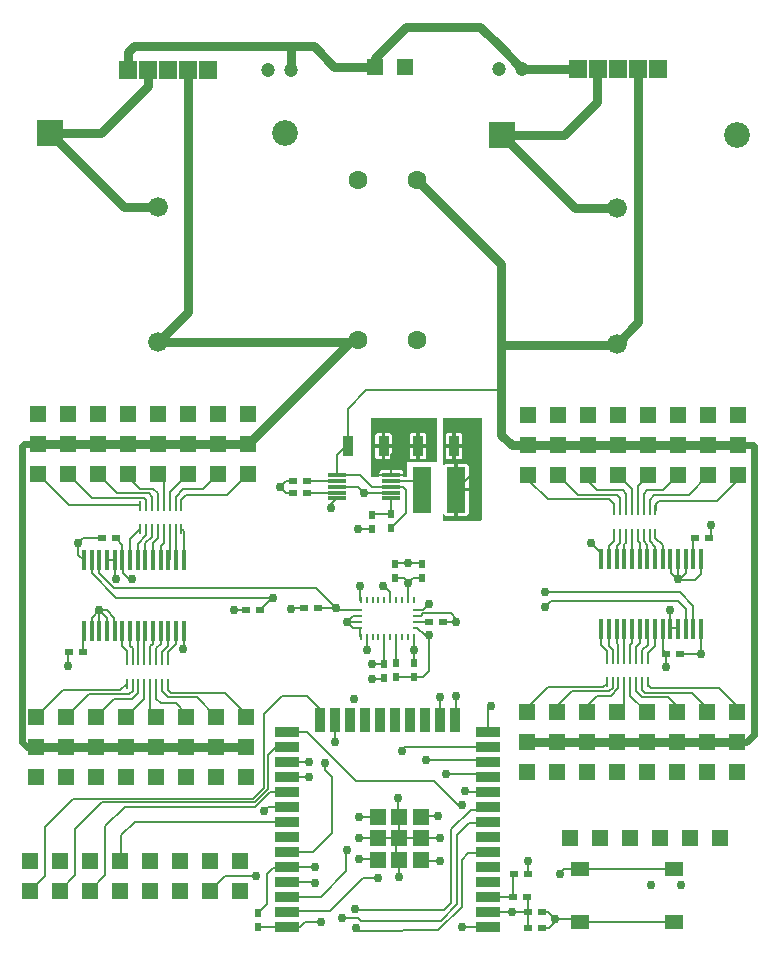
<source format=gtl>
G04 EAGLE Gerber RS-274X export*
G75*
%MOMM*%
%FSLAX34Y34*%
%LPD*%
%INTop Copper*%
%IPPOS*%
%AMOC8*
5,1,8,0,0,1.08239X$1,22.5*%
G01*
%ADD10R,0.635000X0.610000*%
%ADD11C,1.200000*%
%ADD12R,0.914000X1.720000*%
%ADD13R,0.610000X0.635000*%
%ADD14C,1.600000*%
%ADD15R,2.169163X2.169163*%
%ADD16C,2.169163*%
%ADD17R,1.400000X1.400000*%
%ADD18C,1.676400*%
%ADD19R,1.600000X3.900000*%
%ADD20R,0.255600X0.804800*%
%ADD21R,1.550000X1.300000*%
%ADD22R,2.000000X0.900000*%
%ADD23R,0.900000X2.000000*%
%ADD24R,1.330000X1.330000*%
%ADD25R,0.381000X0.254000*%
%ADD26R,0.254000X0.482600*%
%ADD27R,0.404800X1.761997*%
%ADD28R,1.540000X1.540000*%
%ADD29R,1.527900X0.299400*%
%ADD30C,0.756400*%
%ADD31C,0.152400*%
%ADD32C,0.800000*%
%ADD33C,0.600000*%

G36*
X315107Y396117D02*
X315107Y396117D01*
X315126Y396115D01*
X315228Y396137D01*
X315330Y396154D01*
X315347Y396163D01*
X315367Y396167D01*
X315456Y396220D01*
X315547Y396269D01*
X315561Y396283D01*
X315578Y396293D01*
X315645Y396372D01*
X315717Y396447D01*
X315725Y396465D01*
X315738Y396480D01*
X315777Y396576D01*
X315820Y396670D01*
X315822Y396690D01*
X315830Y396708D01*
X315848Y396875D01*
X315848Y397224D01*
X326028Y397224D01*
X326029Y397224D01*
X336209Y397224D01*
X336209Y396875D01*
X336212Y396855D01*
X336210Y396836D01*
X336232Y396734D01*
X336248Y396632D01*
X336258Y396615D01*
X336262Y396595D01*
X336315Y396506D01*
X336364Y396415D01*
X336378Y396401D01*
X336388Y396384D01*
X336467Y396317D01*
X336542Y396246D01*
X336560Y396237D01*
X336575Y396224D01*
X336671Y396185D01*
X336765Y396142D01*
X336785Y396140D01*
X336803Y396132D01*
X336970Y396114D01*
X338455Y396114D01*
X338475Y396117D01*
X338494Y396115D01*
X338596Y396137D01*
X338698Y396154D01*
X338715Y396163D01*
X338735Y396167D01*
X338824Y396220D01*
X338915Y396269D01*
X338929Y396283D01*
X338946Y396293D01*
X339013Y396372D01*
X339085Y396447D01*
X339093Y396465D01*
X339106Y396480D01*
X339145Y396576D01*
X339188Y396670D01*
X339190Y396690D01*
X339198Y396708D01*
X339216Y396875D01*
X339216Y408814D01*
X363855Y408814D01*
X363875Y408817D01*
X363894Y408815D01*
X363996Y408837D01*
X364098Y408854D01*
X364115Y408863D01*
X364135Y408867D01*
X364224Y408920D01*
X364315Y408969D01*
X364329Y408983D01*
X364346Y408993D01*
X364413Y409072D01*
X364485Y409147D01*
X364493Y409165D01*
X364506Y409180D01*
X364545Y409276D01*
X364588Y409370D01*
X364590Y409390D01*
X364598Y409408D01*
X364616Y409575D01*
X364616Y445135D01*
X364613Y445155D01*
X364615Y445174D01*
X364593Y445276D01*
X364577Y445378D01*
X364567Y445395D01*
X364563Y445415D01*
X364510Y445504D01*
X364461Y445595D01*
X364447Y445609D01*
X364437Y445626D01*
X364358Y445693D01*
X364283Y445765D01*
X364265Y445773D01*
X364250Y445786D01*
X364154Y445825D01*
X364060Y445868D01*
X364040Y445870D01*
X364022Y445878D01*
X363855Y445896D01*
X309245Y445896D01*
X309225Y445893D01*
X309206Y445895D01*
X309104Y445873D01*
X309002Y445857D01*
X308985Y445847D01*
X308965Y445843D01*
X308876Y445790D01*
X308785Y445741D01*
X308771Y445727D01*
X308754Y445717D01*
X308687Y445638D01*
X308616Y445563D01*
X308607Y445545D01*
X308594Y445530D01*
X308555Y445434D01*
X308512Y445340D01*
X308510Y445320D01*
X308502Y445302D01*
X308484Y445135D01*
X308484Y396875D01*
X308487Y396855D01*
X308485Y396836D01*
X308507Y396734D01*
X308524Y396632D01*
X308533Y396615D01*
X308537Y396595D01*
X308590Y396506D01*
X308639Y396415D01*
X308653Y396401D01*
X308663Y396384D01*
X308742Y396317D01*
X308817Y396246D01*
X308835Y396237D01*
X308850Y396224D01*
X308946Y396185D01*
X309040Y396142D01*
X309060Y396140D01*
X309078Y396132D01*
X309245Y396114D01*
X315087Y396114D01*
X315107Y396117D01*
G37*
G36*
X401975Y359287D02*
X401975Y359287D01*
X401994Y359285D01*
X402096Y359307D01*
X402198Y359324D01*
X402215Y359333D01*
X402235Y359337D01*
X402324Y359390D01*
X402415Y359439D01*
X402429Y359453D01*
X402446Y359463D01*
X402513Y359542D01*
X402585Y359617D01*
X402593Y359635D01*
X402606Y359650D01*
X402645Y359746D01*
X402688Y359840D01*
X402690Y359860D01*
X402698Y359878D01*
X402716Y360045D01*
X402716Y445135D01*
X402713Y445155D01*
X402715Y445174D01*
X402693Y445276D01*
X402677Y445378D01*
X402667Y445395D01*
X402663Y445415D01*
X402610Y445504D01*
X402561Y445595D01*
X402547Y445609D01*
X402537Y445626D01*
X402458Y445693D01*
X402383Y445765D01*
X402365Y445773D01*
X402350Y445786D01*
X402254Y445825D01*
X402160Y445868D01*
X402140Y445870D01*
X402122Y445878D01*
X401955Y445896D01*
X370205Y445896D01*
X370185Y445893D01*
X370166Y445895D01*
X370064Y445873D01*
X369962Y445857D01*
X369945Y445847D01*
X369925Y445843D01*
X369836Y445790D01*
X369745Y445741D01*
X369731Y445727D01*
X369714Y445717D01*
X369647Y445638D01*
X369576Y445563D01*
X369567Y445545D01*
X369554Y445530D01*
X369515Y445434D01*
X369472Y445340D01*
X369470Y445320D01*
X369462Y445302D01*
X369444Y445135D01*
X369444Y406890D01*
X369452Y406842D01*
X369450Y406794D01*
X369471Y406722D01*
X369484Y406647D01*
X369506Y406604D01*
X369520Y406558D01*
X369563Y406496D01*
X369599Y406430D01*
X369633Y406397D01*
X369661Y406357D01*
X369722Y406312D01*
X369777Y406260D01*
X369821Y406240D01*
X369859Y406211D01*
X369931Y406188D01*
X370000Y406157D01*
X370048Y406151D01*
X370094Y406137D01*
X370169Y406138D01*
X370244Y406129D01*
X370292Y406140D01*
X370340Y406140D01*
X370411Y406166D01*
X370485Y406182D01*
X370526Y406206D01*
X370571Y406222D01*
X370631Y406269D01*
X370696Y406308D01*
X370727Y406344D01*
X370765Y406374D01*
X370841Y406478D01*
X370856Y406495D01*
X370858Y406501D01*
X370860Y406503D01*
X371335Y406978D01*
X371914Y407313D01*
X372561Y407486D01*
X379372Y407486D01*
X379372Y386207D01*
X379375Y386187D01*
X379373Y386168D01*
X379395Y386066D01*
X379412Y385964D01*
X379421Y385947D01*
X379425Y385927D01*
X379478Y385838D01*
X379527Y385747D01*
X379541Y385733D01*
X379551Y385716D01*
X379630Y385649D01*
X379705Y385578D01*
X379723Y385569D01*
X379738Y385556D01*
X379834Y385517D01*
X379928Y385474D01*
X379948Y385472D01*
X379966Y385464D01*
X380133Y385446D01*
X380896Y385446D01*
X380896Y385444D01*
X380133Y385444D01*
X380113Y385441D01*
X380094Y385443D01*
X379992Y385421D01*
X379890Y385404D01*
X379873Y385395D01*
X379853Y385391D01*
X379764Y385338D01*
X379673Y385289D01*
X379659Y385275D01*
X379642Y385265D01*
X379575Y385186D01*
X379504Y385111D01*
X379495Y385093D01*
X379482Y385078D01*
X379443Y384982D01*
X379400Y384888D01*
X379398Y384868D01*
X379390Y384850D01*
X379372Y384683D01*
X379372Y363404D01*
X372561Y363404D01*
X371914Y363577D01*
X371335Y363912D01*
X370857Y364390D01*
X370834Y364418D01*
X370811Y364460D01*
X370757Y364512D01*
X370709Y364571D01*
X370668Y364597D01*
X370633Y364630D01*
X370564Y364662D01*
X370500Y364702D01*
X370454Y364713D01*
X370410Y364733D01*
X370335Y364742D01*
X370261Y364759D01*
X370213Y364755D01*
X370166Y364761D01*
X370092Y364744D01*
X370016Y364738D01*
X369972Y364719D01*
X369925Y364708D01*
X369860Y364669D01*
X369791Y364639D01*
X369755Y364607D01*
X369714Y364582D01*
X369665Y364525D01*
X369609Y364474D01*
X369585Y364432D01*
X369554Y364395D01*
X369526Y364325D01*
X369489Y364259D01*
X369480Y364212D01*
X369462Y364167D01*
X369448Y364039D01*
X369444Y364017D01*
X369445Y364010D01*
X369444Y364000D01*
X369444Y360045D01*
X369447Y360025D01*
X369445Y360006D01*
X369467Y359904D01*
X369484Y359802D01*
X369493Y359785D01*
X369497Y359765D01*
X369550Y359676D01*
X369599Y359585D01*
X369613Y359571D01*
X369623Y359554D01*
X369702Y359487D01*
X369777Y359416D01*
X369795Y359407D01*
X369810Y359394D01*
X369906Y359355D01*
X370000Y359312D01*
X370020Y359310D01*
X370038Y359302D01*
X370205Y359284D01*
X401955Y359284D01*
X401975Y359287D01*
G37*
%LPC*%
G36*
X382418Y386968D02*
X382418Y386968D01*
X382418Y407486D01*
X389229Y407486D01*
X389876Y407313D01*
X390455Y406978D01*
X390928Y406505D01*
X391263Y405926D01*
X391436Y405279D01*
X391436Y386968D01*
X382418Y386968D01*
G37*
%LPD*%
%LPC*%
G36*
X382418Y363404D02*
X382418Y363404D01*
X382418Y383922D01*
X391436Y383922D01*
X391436Y365611D01*
X391263Y364964D01*
X390928Y364385D01*
X390455Y363912D01*
X389876Y363577D01*
X389229Y363404D01*
X382418Y363404D01*
G37*
%LPD*%
%LPC*%
G36*
X320928Y423798D02*
X320928Y423798D01*
X320928Y433416D01*
X324310Y433416D01*
X324956Y433243D01*
X325535Y432908D01*
X326008Y432435D01*
X326343Y431856D01*
X326516Y431209D01*
X326516Y423798D01*
X320928Y423798D01*
G37*
%LPD*%
%LPC*%
G36*
X350138Y423798D02*
X350138Y423798D01*
X350138Y433416D01*
X353520Y433416D01*
X354166Y433243D01*
X354745Y432908D01*
X355218Y432435D01*
X355553Y431856D01*
X355726Y431209D01*
X355726Y423798D01*
X350138Y423798D01*
G37*
%LPD*%
%LPC*%
G36*
X380618Y423798D02*
X380618Y423798D01*
X380618Y433416D01*
X384000Y433416D01*
X384646Y433243D01*
X385225Y432908D01*
X385698Y432435D01*
X386033Y431856D01*
X386206Y431209D01*
X386206Y423798D01*
X380618Y423798D01*
G37*
%LPD*%
%LPC*%
G36*
X350138Y411134D02*
X350138Y411134D01*
X350138Y420752D01*
X355726Y420752D01*
X355726Y413341D01*
X355553Y412694D01*
X355218Y412115D01*
X354745Y411642D01*
X354166Y411307D01*
X353519Y411134D01*
X350138Y411134D01*
G37*
%LPD*%
%LPC*%
G36*
X320928Y411134D02*
X320928Y411134D01*
X320928Y420752D01*
X326516Y420752D01*
X326516Y413341D01*
X326343Y412694D01*
X326008Y412115D01*
X325535Y411642D01*
X324956Y411307D01*
X324309Y411134D01*
X320928Y411134D01*
G37*
%LPD*%
%LPC*%
G36*
X380618Y411134D02*
X380618Y411134D01*
X380618Y420752D01*
X386206Y420752D01*
X386206Y413341D01*
X386033Y412694D01*
X385698Y412115D01*
X385225Y411642D01*
X384646Y411307D01*
X383999Y411134D01*
X380618Y411134D01*
G37*
%LPD*%
%LPC*%
G36*
X341504Y423798D02*
X341504Y423798D01*
X341504Y431209D01*
X341677Y431856D01*
X342012Y432435D01*
X342485Y432908D01*
X343064Y433243D01*
X343711Y433416D01*
X347092Y433416D01*
X347092Y423798D01*
X341504Y423798D01*
G37*
%LPD*%
%LPC*%
G36*
X312294Y423798D02*
X312294Y423798D01*
X312294Y431209D01*
X312467Y431856D01*
X312802Y432435D01*
X313275Y432908D01*
X313854Y433243D01*
X314501Y433416D01*
X317882Y433416D01*
X317882Y423798D01*
X312294Y423798D01*
G37*
%LPD*%
%LPC*%
G36*
X371984Y423798D02*
X371984Y423798D01*
X371984Y431209D01*
X372157Y431856D01*
X372492Y432435D01*
X372965Y432908D01*
X373544Y433243D01*
X374191Y433416D01*
X377572Y433416D01*
X377572Y423798D01*
X371984Y423798D01*
G37*
%LPD*%
%LPC*%
G36*
X314501Y411134D02*
X314501Y411134D01*
X313854Y411307D01*
X313275Y411642D01*
X312802Y412115D01*
X312467Y412694D01*
X312294Y413341D01*
X312294Y420752D01*
X317882Y420752D01*
X317882Y411134D01*
X314501Y411134D01*
G37*
%LPD*%
%LPC*%
G36*
X343711Y411134D02*
X343711Y411134D01*
X343064Y411307D01*
X342485Y411642D01*
X342012Y412115D01*
X341677Y412694D01*
X341504Y413341D01*
X341504Y420752D01*
X347092Y420752D01*
X347092Y411134D01*
X343711Y411134D01*
G37*
%LPD*%
%LPC*%
G36*
X374191Y411134D02*
X374191Y411134D01*
X373544Y411307D01*
X372965Y411642D01*
X372492Y412115D01*
X372157Y412694D01*
X371984Y413341D01*
X371984Y420752D01*
X377572Y420752D01*
X377572Y411134D01*
X374191Y411134D01*
G37*
%LPD*%
%LPC*%
G36*
X326790Y398746D02*
X326790Y398746D01*
X326790Y402023D01*
X334002Y402023D01*
X334649Y401850D01*
X335228Y401515D01*
X335701Y401042D01*
X336036Y400463D01*
X336209Y399816D01*
X336209Y398746D01*
X326790Y398746D01*
G37*
%LPD*%
%LPC*%
G36*
X315848Y398746D02*
X315848Y398746D01*
X315848Y399816D01*
X316021Y400463D01*
X316356Y401042D01*
X316829Y401515D01*
X317408Y401850D01*
X318055Y402023D01*
X325267Y402023D01*
X325267Y398746D01*
X315848Y398746D01*
G37*
%LPD*%
%LPC*%
G36*
X348614Y422274D02*
X348614Y422274D01*
X348614Y422276D01*
X348616Y422276D01*
X348616Y422274D01*
X348614Y422274D01*
G37*
%LPD*%
%LPC*%
G36*
X319404Y422274D02*
X319404Y422274D01*
X319404Y422276D01*
X319406Y422276D01*
X319406Y422274D01*
X319404Y422274D01*
G37*
%LPD*%
%LPC*%
G36*
X379094Y422274D02*
X379094Y422274D01*
X379094Y422276D01*
X379096Y422276D01*
X379096Y422274D01*
X379094Y422274D01*
G37*
%LPD*%
D10*
X441960Y59690D03*
X430020Y59690D03*
D11*
X241300Y740410D03*
X221300Y740410D03*
X436880Y741680D03*
X416880Y741680D03*
D12*
X288925Y422275D03*
X319405Y422275D03*
X379095Y422275D03*
X348615Y422275D03*
D10*
X441960Y13970D03*
X453900Y13970D03*
X441960Y27940D03*
X453900Y27940D03*
D13*
X345440Y226695D03*
X345440Y238635D03*
X351790Y310515D03*
X351790Y322455D03*
X330200Y226695D03*
X330200Y238635D03*
X328930Y310515D03*
X328930Y322455D03*
D14*
X297815Y512445D03*
X347815Y512445D03*
X347980Y647700D03*
X297980Y647700D03*
D15*
X37084Y687070D03*
D16*
X236220Y687070D03*
D15*
X419354Y685800D03*
D16*
X618490Y685800D03*
D17*
X477520Y90170D03*
X502920Y90170D03*
X528320Y90170D03*
X553720Y90170D03*
X579120Y90170D03*
X604520Y90170D03*
X312420Y743585D03*
X337820Y743585D03*
D18*
X128270Y624840D03*
X128270Y510440D03*
X516890Y623570D03*
X516890Y509170D03*
D19*
X351895Y385445D03*
X380895Y385445D03*
D17*
X203200Y193040D03*
X203200Y167640D03*
X203200Y142240D03*
X177800Y193040D03*
X152400Y193040D03*
X127000Y193040D03*
X101600Y193040D03*
X76200Y193040D03*
X50800Y193040D03*
X25400Y193040D03*
X177800Y167640D03*
X152400Y167640D03*
X127000Y167640D03*
X101600Y167640D03*
X76200Y167640D03*
X50800Y167640D03*
X25400Y167640D03*
X177800Y142240D03*
X152400Y142240D03*
X127000Y142240D03*
X101600Y142240D03*
X76200Y142240D03*
X50800Y142240D03*
X25400Y142240D03*
X26670Y398780D03*
X26670Y424180D03*
X26670Y449580D03*
X52070Y398780D03*
X77470Y398780D03*
X102870Y398780D03*
X128270Y398780D03*
X153670Y398780D03*
X179070Y398780D03*
X204470Y398780D03*
X52070Y424180D03*
X77470Y424180D03*
X102870Y424180D03*
X128270Y424180D03*
X153670Y424180D03*
X179070Y424180D03*
X204470Y424180D03*
X52070Y449580D03*
X77470Y449580D03*
X102870Y449580D03*
X128270Y449580D03*
X153670Y449580D03*
X179070Y449580D03*
X204470Y449580D03*
X441960Y397510D03*
X441960Y422910D03*
X441960Y448310D03*
X467360Y397510D03*
X492760Y397510D03*
X518160Y397510D03*
X543560Y397510D03*
X568960Y397510D03*
X594360Y397510D03*
X619760Y397510D03*
X467360Y422910D03*
X492760Y422910D03*
X518160Y422910D03*
X543560Y422910D03*
X568960Y422910D03*
X594360Y422910D03*
X619760Y422910D03*
X467360Y448310D03*
X492760Y448310D03*
X518160Y448310D03*
X543560Y448310D03*
X568960Y448310D03*
X594360Y448310D03*
X619760Y448310D03*
X618490Y196850D03*
X618490Y171450D03*
X618490Y146050D03*
X593090Y196850D03*
X567690Y196850D03*
X542290Y196850D03*
X516890Y196850D03*
X491490Y196850D03*
X466090Y196850D03*
X440690Y196850D03*
X593090Y171450D03*
X567690Y171450D03*
X542290Y171450D03*
X516890Y171450D03*
X491490Y171450D03*
X466090Y171450D03*
X440690Y171450D03*
X593090Y146050D03*
X567690Y146050D03*
X542290Y146050D03*
X516890Y146050D03*
X491490Y146050D03*
X466090Y146050D03*
X440690Y146050D03*
D13*
X213360Y27305D03*
X213360Y15365D03*
D20*
X113310Y351965D03*
X118310Y351965D03*
X123310Y351965D03*
X128310Y351965D03*
X133310Y351965D03*
X138310Y351965D03*
X143310Y351965D03*
X148310Y351965D03*
X148310Y371935D03*
X143310Y371935D03*
X138310Y371935D03*
X133310Y371935D03*
X128310Y371935D03*
X123310Y371935D03*
X118310Y371935D03*
X113310Y371935D03*
D10*
X358140Y273685D03*
X370080Y273685D03*
X92710Y344170D03*
X80770Y344170D03*
X582930Y344170D03*
X594870Y344170D03*
D13*
X320040Y238125D03*
X320040Y226185D03*
X325755Y365125D03*
X325755Y353185D03*
X309245Y352425D03*
X309245Y364365D03*
D10*
X254635Y382905D03*
X242695Y382905D03*
X254635Y393065D03*
X242695Y393065D03*
X429260Y40640D03*
X441200Y40640D03*
X214630Y283845D03*
X202690Y283845D03*
X264160Y285115D03*
X252220Y285115D03*
X558800Y246380D03*
X570740Y246380D03*
X64770Y247650D03*
X52830Y247650D03*
D20*
X514630Y348155D03*
X519630Y348155D03*
X524630Y348155D03*
X529630Y348155D03*
X534630Y348155D03*
X539630Y348155D03*
X544630Y348155D03*
X549630Y348155D03*
X549630Y368125D03*
X544630Y368125D03*
X539630Y368125D03*
X534630Y368125D03*
X529630Y368125D03*
X524630Y368125D03*
X519630Y368125D03*
X514630Y368125D03*
X136880Y241125D03*
X131880Y241125D03*
X126880Y241125D03*
X121880Y241125D03*
X116880Y241125D03*
X111880Y241125D03*
X106880Y241125D03*
X101880Y241125D03*
X101880Y221155D03*
X106880Y221155D03*
X111880Y221155D03*
X116880Y221155D03*
X121880Y221155D03*
X126880Y221155D03*
X131880Y221155D03*
X136880Y221155D03*
X543280Y242395D03*
X538280Y242395D03*
X533280Y242395D03*
X528280Y242395D03*
X523280Y242395D03*
X518280Y242395D03*
X513280Y242395D03*
X508280Y242395D03*
X508280Y222425D03*
X513280Y222425D03*
X518280Y222425D03*
X523280Y222425D03*
X528280Y222425D03*
X533280Y222425D03*
X538280Y222425D03*
X543280Y222425D03*
D21*
X565150Y19050D03*
X565150Y64050D03*
X485650Y19050D03*
X485650Y64050D03*
D22*
X407670Y180340D03*
X407670Y167640D03*
X407670Y154940D03*
X407670Y142240D03*
X407670Y129540D03*
X407670Y116840D03*
X407670Y104140D03*
X407670Y91440D03*
X407670Y78740D03*
X407670Y66040D03*
X407670Y53340D03*
X407670Y40640D03*
X407670Y27940D03*
X407670Y15240D03*
X237670Y180340D03*
X237670Y167640D03*
X237670Y154940D03*
X237670Y142240D03*
X237670Y129540D03*
X237670Y116840D03*
X237670Y104140D03*
X237670Y91440D03*
X237670Y78740D03*
X237670Y66040D03*
X237670Y53340D03*
X237670Y40640D03*
X237670Y27940D03*
X237670Y15240D03*
D23*
X379820Y190340D03*
X367120Y190340D03*
X354420Y190340D03*
X341720Y190340D03*
X329020Y190340D03*
X316320Y190340D03*
X303620Y190340D03*
X290920Y190340D03*
X278220Y190340D03*
X265520Y190340D03*
D24*
X332670Y90240D03*
X314320Y90240D03*
X351020Y90240D03*
X351020Y71890D03*
X332670Y71890D03*
X314320Y71890D03*
X351020Y108590D03*
X332670Y108590D03*
X314320Y108590D03*
D25*
X299454Y283725D03*
X299454Y278725D03*
X299454Y273725D03*
X299454Y268725D03*
D26*
X300080Y260604D03*
X305080Y260604D03*
X310080Y260604D03*
X315080Y260604D03*
X320080Y260604D03*
X325080Y260604D03*
X330080Y260604D03*
X335080Y260604D03*
X340080Y260604D03*
X345080Y260604D03*
D25*
X345706Y268725D03*
X345706Y273725D03*
X345706Y278725D03*
X345706Y283725D03*
D26*
X345080Y291846D03*
X340080Y291846D03*
X335080Y291846D03*
X330080Y291846D03*
X325080Y291846D03*
X320080Y291846D03*
X315080Y291846D03*
X310080Y291846D03*
X305080Y291846D03*
X300080Y291846D03*
D27*
X65700Y266200D03*
X72200Y266200D03*
X78700Y266200D03*
X85200Y266200D03*
X91700Y266200D03*
X98200Y266200D03*
X104700Y266200D03*
X111200Y266200D03*
X117700Y266200D03*
X124200Y266200D03*
X130700Y266200D03*
X137200Y266200D03*
X143700Y266200D03*
X150200Y266200D03*
X150200Y325620D03*
X143700Y325620D03*
X137200Y325620D03*
X130700Y325620D03*
X124200Y325620D03*
X117700Y325620D03*
X111200Y325620D03*
X104700Y325620D03*
X98200Y325620D03*
X91700Y325620D03*
X85200Y325620D03*
X78700Y325620D03*
X72200Y325620D03*
X65700Y325620D03*
X588350Y326890D03*
X581850Y326890D03*
X575350Y326890D03*
X568850Y326890D03*
X562350Y326890D03*
X555850Y326890D03*
X549350Y326890D03*
X542850Y326890D03*
X536350Y326890D03*
X529850Y326890D03*
X523350Y326890D03*
X516850Y326890D03*
X510350Y326890D03*
X503850Y326890D03*
X503850Y267470D03*
X510350Y267470D03*
X516850Y267470D03*
X523350Y267470D03*
X529850Y267470D03*
X536350Y267470D03*
X542850Y267470D03*
X549350Y267470D03*
X555850Y267470D03*
X562350Y267470D03*
X568850Y267470D03*
X575350Y267470D03*
X581850Y267470D03*
X588350Y267470D03*
D28*
X102870Y740410D03*
X119870Y740410D03*
X136870Y740410D03*
X153870Y740410D03*
X170870Y740410D03*
X483870Y741680D03*
X500870Y741680D03*
X517870Y741680D03*
X534870Y741680D03*
X551870Y741680D03*
D29*
X279762Y397985D03*
X279762Y392985D03*
X279762Y387985D03*
X279762Y382985D03*
X279762Y377985D03*
X326029Y377985D03*
X326029Y382985D03*
X326029Y387985D03*
X326029Y392985D03*
X326029Y397985D03*
D17*
X19685Y45720D03*
X45085Y45720D03*
X70485Y45720D03*
X95885Y45720D03*
X121285Y45720D03*
X146685Y45720D03*
X172085Y45720D03*
X197485Y45720D03*
X197485Y71120D03*
X172085Y71120D03*
X146685Y71120D03*
X121285Y71120D03*
X95885Y71120D03*
X70485Y71120D03*
X45085Y71120D03*
X19685Y71120D03*
D30*
X394335Y422275D03*
D31*
X379095Y422275D01*
X394335Y398885D02*
X380895Y385445D01*
X394335Y398885D02*
X394335Y422275D01*
D30*
X231775Y387985D03*
D31*
X236855Y382905D02*
X242695Y382905D01*
X236855Y382905D02*
X231775Y387985D01*
X236855Y393065D02*
X242695Y393065D01*
X236855Y393065D02*
X231775Y387985D01*
D30*
X274955Y370205D03*
D31*
X274955Y373179D01*
X279762Y377985D01*
D30*
X588010Y246380D03*
D31*
X570740Y246380D01*
X588350Y246720D02*
X588350Y267470D01*
X588350Y246720D02*
X588010Y246380D01*
D30*
X596900Y355600D03*
D31*
X596900Y346200D01*
X594870Y344170D01*
D30*
X60960Y340360D03*
D31*
X60960Y330360D02*
X65700Y325620D01*
X60960Y330360D02*
X60960Y340360D01*
X64770Y344170D01*
X80770Y344170D01*
D30*
X52070Y236220D03*
D31*
X52070Y246890D01*
X52830Y247650D01*
D30*
X381000Y273685D03*
D31*
X370080Y273685D01*
D30*
X345440Y249555D03*
D31*
X345440Y260244D02*
X345080Y260604D01*
X345440Y260244D02*
X345440Y249555D01*
X345440Y238635D01*
D30*
X309880Y225425D03*
D31*
X319280Y225425D02*
X320040Y226185D01*
X319280Y225425D02*
X309880Y225425D01*
D30*
X340360Y306705D03*
D31*
X340080Y306425D02*
X340080Y291846D01*
X340080Y306425D02*
X340360Y306705D01*
X336550Y310515D01*
X328930Y310515D01*
X340360Y306705D02*
X344170Y310515D01*
X351790Y310515D01*
D30*
X427990Y27940D03*
D31*
X407670Y27940D01*
X427990Y27940D02*
X441960Y27940D01*
X441960Y39880D01*
X441200Y40640D01*
X441960Y27940D02*
X441960Y13970D01*
X351115Y278725D02*
X345706Y278725D01*
X353060Y280670D02*
X376555Y280670D01*
X381000Y276225D01*
X381000Y273685D01*
X353060Y280670D02*
X351115Y278725D01*
D30*
X240665Y284480D03*
X192405Y283845D03*
D31*
X202690Y283845D01*
X240665Y284480D02*
X241300Y285115D01*
X252220Y285115D01*
D30*
X266065Y19685D03*
D31*
X252910Y19685D02*
X248465Y15240D01*
X237670Y15240D01*
X252910Y19685D02*
X266065Y19685D01*
D30*
X298450Y72390D03*
X298450Y90170D03*
X298450Y107950D03*
X332740Y57150D03*
X331470Y124460D03*
X365760Y109220D03*
X367030Y90170D03*
X367030Y71120D03*
X386080Y15240D03*
D31*
X313820Y72390D02*
X298450Y72390D01*
X313820Y72390D02*
X314320Y71890D01*
X314250Y90170D02*
X298450Y90170D01*
X314250Y90170D02*
X314320Y90240D01*
X313680Y107950D02*
X298450Y107950D01*
X313680Y107950D02*
X314320Y108590D01*
X332670Y71890D02*
X332670Y57220D01*
X332740Y57150D01*
X351790Y71120D02*
X367030Y71120D01*
X351790Y71120D02*
X351020Y71890D01*
X351090Y90170D02*
X367030Y90170D01*
X351090Y90170D02*
X351020Y90240D01*
X351650Y109220D02*
X365760Y109220D01*
X351650Y109220D02*
X351020Y108590D01*
X331470Y109790D02*
X331470Y124460D01*
X331470Y109790D02*
X332670Y108590D01*
X332670Y90240D01*
X330200Y90240D02*
X314320Y90240D01*
X330200Y90240D02*
X332670Y90240D01*
X330200Y74360D02*
X332670Y71890D01*
X330200Y74360D02*
X330200Y90240D01*
X332670Y90240D02*
X351020Y90240D01*
X386080Y15240D02*
X407670Y15240D01*
D30*
X333375Y422275D03*
D31*
X319405Y422275D01*
X333375Y422275D02*
X348615Y422275D01*
X326029Y414929D02*
X326029Y397985D01*
X326029Y414929D02*
X333375Y422275D01*
D30*
X302895Y382905D03*
D31*
X297815Y387985D02*
X279762Y387985D01*
X297815Y387985D02*
X302895Y382905D01*
X302975Y382985D02*
X326029Y382985D01*
X302975Y382985D02*
X302895Y382905D01*
D30*
X297815Y352425D03*
D31*
X309245Y352425D01*
D30*
X78740Y283210D03*
X149860Y250190D03*
D31*
X150200Y250530D02*
X150200Y266200D01*
X150200Y250530D02*
X149860Y250190D01*
X78700Y266200D02*
X78700Y283170D01*
X78740Y283210D01*
X72200Y276670D02*
X72200Y266200D01*
X72200Y276670D02*
X78700Y283170D01*
X85090Y266310D02*
X85200Y266200D01*
X85090Y266310D02*
X85090Y276860D01*
X78780Y283170D01*
X78700Y283170D01*
X91440Y266460D02*
X91700Y266200D01*
X91440Y266460D02*
X91440Y276860D01*
X85130Y283170D01*
X78780Y283170D01*
D30*
X495300Y340360D03*
D31*
X503850Y331810D02*
X503850Y326890D01*
X503850Y331810D02*
X495300Y340360D01*
X588350Y326890D02*
X588350Y314030D01*
X582930Y308610D01*
X575310Y326850D02*
X575350Y326890D01*
X575310Y326850D02*
X575310Y314960D01*
X568850Y267970D02*
X568850Y267470D01*
X562850Y267970D02*
X562350Y267470D01*
X562850Y267970D02*
X568850Y267970D01*
X91700Y325620D02*
X85200Y325620D01*
D30*
X358140Y288925D03*
X358140Y262255D03*
D31*
X345706Y283725D02*
X345826Y283845D01*
X353060Y283845D02*
X358140Y288925D01*
X353060Y283845D02*
X345826Y283845D01*
X345706Y268725D02*
X347860Y268725D01*
X354330Y262255D02*
X358140Y262255D01*
X354330Y262255D02*
X347860Y268725D01*
X345440Y226695D02*
X353060Y226695D01*
X358140Y231775D02*
X358140Y262255D01*
X358140Y231775D02*
X353060Y226695D01*
X345440Y226695D02*
X330200Y226695D01*
D30*
X340360Y323215D03*
D31*
X329690Y323215D01*
X328930Y322455D01*
X340360Y323215D02*
X351030Y323215D01*
X351790Y322455D01*
D30*
X288290Y273685D03*
X318770Y304165D03*
D31*
X325080Y299045D02*
X325080Y291846D01*
X325080Y299045D02*
X325120Y299085D01*
X320040Y304165D01*
X318770Y304165D01*
X299454Y273725D02*
X299414Y273685D01*
X288290Y273685D01*
X293410Y278725D02*
X299454Y278725D01*
X293410Y278725D02*
X293370Y278765D01*
X288290Y273685D01*
X299334Y268605D02*
X299454Y268725D01*
X299334Y268605D02*
X293370Y268605D01*
X288290Y273685D01*
X299334Y261350D02*
X300080Y260604D01*
X299334Y261350D02*
X299334Y268605D01*
D30*
X464820Y21590D03*
D31*
X459740Y13970D02*
X453900Y13970D01*
X464820Y19050D02*
X464820Y21590D01*
X464820Y19050D02*
X459740Y13970D01*
X458470Y27940D02*
X453900Y27940D01*
X458470Y27940D02*
X464820Y21590D01*
D30*
X441960Y71120D03*
D31*
X441960Y59690D01*
D30*
X92710Y309880D03*
D31*
X91700Y310890D02*
X91700Y325620D01*
X91700Y310890D02*
X92710Y309880D01*
D30*
X561975Y283845D03*
D31*
X561975Y267845D02*
X562350Y267470D01*
X561975Y267845D02*
X561975Y283845D01*
D30*
X380365Y210820D03*
D31*
X380365Y190885D01*
X379820Y190340D01*
D30*
X568960Y309880D03*
D31*
X570230Y309880D02*
X575310Y314960D01*
X570230Y309880D02*
X568960Y309880D01*
X570230Y308610D02*
X582930Y308610D01*
X570230Y308610D02*
X568960Y309880D01*
X562610Y326630D02*
X562350Y326890D01*
X562610Y326630D02*
X562610Y314960D01*
X567690Y309880D01*
X568960Y309880D01*
X568850Y309990D02*
X568850Y326890D01*
X568850Y309990D02*
X568960Y309880D01*
X483110Y21590D02*
X485650Y19050D01*
X483110Y21590D02*
X464820Y21590D01*
X485650Y19050D02*
X565150Y19050D01*
X213485Y15240D02*
X213360Y15365D01*
X213485Y15240D02*
X237670Y15240D01*
D30*
X261620Y66040D03*
D31*
X237670Y66040D01*
D30*
X546100Y50800D03*
D31*
X237670Y66040D02*
X237035Y65405D01*
X226060Y65405D01*
X220345Y59690D01*
X220345Y34290D02*
X213360Y27305D01*
X220345Y34290D02*
X220345Y59690D01*
D30*
X261620Y52070D03*
D31*
X260350Y53340D02*
X237670Y53340D01*
X260350Y53340D02*
X261620Y52070D01*
D30*
X571500Y50800D03*
D31*
X565150Y64050D02*
X485650Y64050D01*
X254635Y180340D02*
X237670Y180340D01*
X254635Y180340D02*
X295910Y139065D01*
X361950Y139065D01*
X383540Y117475D01*
D30*
X385445Y118110D03*
D31*
X385445Y117475D01*
X383540Y117475D01*
D30*
X468630Y60325D03*
D31*
X472355Y64050D01*
X485650Y64050D01*
X137160Y220875D02*
X136880Y221155D01*
X137160Y220875D02*
X137160Y215900D01*
X139700Y213360D01*
X185420Y213360D01*
X203200Y195580D01*
X203200Y193040D01*
X132080Y220955D02*
X131880Y221155D01*
X132080Y220955D02*
X132080Y214630D01*
X137160Y209550D01*
X161290Y209550D02*
X177800Y193040D01*
X161290Y209550D02*
X137160Y209550D01*
X127000Y221035D02*
X126880Y221155D01*
X127000Y221035D02*
X127000Y208280D01*
X130810Y204470D01*
X143510Y204470D01*
X152400Y195580D01*
X152400Y193040D01*
X121880Y198160D02*
X121880Y221155D01*
X121880Y198160D02*
X127000Y193040D01*
X116880Y208320D02*
X116880Y221155D01*
X116880Y208320D02*
X101600Y193040D01*
X111880Y213480D02*
X111880Y221155D01*
X106680Y208280D02*
X91440Y208280D01*
X76200Y193040D01*
X106680Y208280D02*
X111880Y213480D01*
X106880Y214830D02*
X106880Y221155D01*
X69850Y212090D02*
X50800Y193040D01*
X104140Y212090D02*
X106880Y214830D01*
X104140Y212090D02*
X69850Y212090D01*
X96625Y215900D02*
X101880Y221155D01*
X48260Y215900D02*
X25400Y193040D01*
X48260Y215900D02*
X96625Y215900D01*
X113310Y371935D02*
X113135Y372110D01*
X53340Y372110D02*
X26670Y398780D01*
X53340Y372110D02*
X113135Y372110D01*
X118310Y371935D02*
X118310Y376990D01*
X116840Y378460D01*
X72390Y378460D02*
X52070Y398780D01*
X72390Y378460D02*
X116840Y378460D01*
X123310Y379610D02*
X123310Y371935D01*
X93980Y382270D02*
X77470Y398780D01*
X120650Y382270D02*
X123310Y379610D01*
X120650Y382270D02*
X93980Y382270D01*
X128310Y382230D02*
X128310Y371935D01*
X124460Y386080D02*
X113030Y386080D01*
X102870Y396240D01*
X102870Y398780D01*
X124460Y386080D02*
X128310Y382230D01*
X133310Y371935D02*
X133310Y393740D01*
X128270Y398780D01*
X138310Y383420D02*
X138310Y371935D01*
X138310Y383420D02*
X153670Y398780D01*
X143310Y379530D02*
X143310Y371935D01*
X149860Y386080D02*
X166370Y386080D01*
X179070Y398780D01*
X149860Y386080D02*
X143310Y379530D01*
X148310Y376910D02*
X148310Y371935D01*
X186690Y381000D02*
X204470Y398780D01*
X152400Y381000D02*
X148310Y376910D01*
X152400Y381000D02*
X186690Y381000D01*
X514630Y373100D02*
X514630Y368125D01*
X510540Y377190D02*
X458470Y377190D01*
X441960Y393700D01*
X441960Y397510D01*
X510540Y377190D02*
X514630Y373100D01*
X519630Y368125D02*
X519630Y378260D01*
X516890Y381000D02*
X483870Y381000D01*
X467360Y397510D01*
X516890Y381000D02*
X519630Y378260D01*
X524630Y382150D02*
X524630Y368125D01*
X521970Y384810D02*
X500380Y384810D01*
X492760Y392430D01*
X492760Y397510D01*
X521970Y384810D02*
X524630Y382150D01*
X529630Y386040D02*
X529630Y368125D01*
X529630Y386040D02*
X518160Y397510D01*
X534630Y388580D02*
X534630Y368125D01*
X534630Y388580D02*
X543560Y397510D01*
X539630Y382150D02*
X539630Y368125D01*
X542290Y384810D02*
X556260Y384810D01*
X568960Y397510D01*
X542290Y384810D02*
X539630Y382150D01*
X544630Y376990D02*
X544630Y368125D01*
X548640Y381000D02*
X577850Y381000D01*
X594360Y397510D01*
X548640Y381000D02*
X544630Y376990D01*
X549910Y368405D02*
X549630Y368125D01*
X549910Y368405D02*
X549910Y373380D01*
X552450Y375920D01*
X601980Y375920D02*
X619760Y393700D01*
X619760Y397510D01*
X601980Y375920D02*
X552450Y375920D01*
X543280Y222425D02*
X543280Y219990D01*
X546100Y217170D01*
X603250Y217170D01*
X618490Y201930D01*
X618490Y196850D01*
X538280Y216100D02*
X538280Y222425D01*
X541020Y213360D02*
X580390Y213360D01*
X593090Y200660D01*
X593090Y196850D01*
X541020Y213360D02*
X538280Y216100D01*
X533280Y214750D02*
X533280Y222425D01*
X533280Y214750D02*
X538480Y209550D01*
X560070Y209550D01*
X567690Y201930D01*
X567690Y196850D01*
X528280Y210860D02*
X528280Y222425D01*
X528280Y210860D02*
X542290Y196850D01*
X523280Y203240D02*
X523280Y222425D01*
X523280Y203240D02*
X516890Y196850D01*
X518280Y217290D02*
X518280Y222425D01*
X511810Y210820D02*
X500380Y210820D01*
X491490Y201930D01*
X491490Y196850D01*
X511810Y210820D02*
X518280Y217290D01*
X513280Y217370D02*
X513280Y222425D01*
X513280Y217370D02*
X510540Y214630D01*
X478790Y214630D01*
X466090Y201930D01*
X466090Y196850D01*
X508280Y221260D02*
X508280Y222425D01*
X508280Y221260D02*
X505460Y218440D01*
X458470Y218440D01*
X440690Y200660D01*
X440690Y196850D01*
X78700Y315000D02*
X78700Y325620D01*
X78700Y315000D02*
X91440Y302260D01*
X575350Y284440D02*
X575350Y267470D01*
X575350Y284440D02*
X568325Y291465D01*
D30*
X279400Y285115D03*
D31*
X280790Y283725D02*
X299454Y283725D01*
X280790Y283725D02*
X279400Y285115D01*
D30*
X455930Y286385D03*
D31*
X461010Y291465D01*
X568325Y291465D01*
X266065Y40640D02*
X237670Y40640D01*
X266065Y40640D02*
X287655Y62230D01*
D30*
X288290Y80645D03*
D31*
X287655Y80010D01*
X287655Y62230D01*
X279400Y285115D02*
X262255Y302260D01*
X91440Y302260D01*
X264160Y285115D02*
X279400Y285115D01*
X72200Y314515D02*
X72200Y325620D01*
X92710Y294005D02*
X226060Y294005D01*
X92710Y294005D02*
X72200Y314515D01*
X581850Y286830D02*
X581850Y267470D01*
X581850Y286830D02*
X570230Y298450D01*
D30*
X299720Y303530D03*
D31*
X299720Y292206D02*
X300080Y291846D01*
X299720Y292206D02*
X299720Y303530D01*
D30*
X455930Y298450D03*
D31*
X570230Y298450D01*
D30*
X226060Y294005D03*
D31*
X237670Y78740D02*
X259715Y78740D01*
X275590Y94615D01*
X275590Y142240D01*
D30*
X269875Y153670D03*
D31*
X269875Y147955D01*
X275590Y142240D01*
X214630Y283845D02*
X224790Y294005D01*
X226060Y294005D01*
X98200Y325620D02*
X98200Y338680D01*
X92710Y344170D01*
D30*
X314960Y56515D03*
D31*
X238305Y28575D02*
X237670Y27940D01*
X273685Y28575D02*
X301625Y56515D01*
X314960Y56515D01*
X273685Y28575D02*
X238305Y28575D01*
D30*
X294640Y208280D03*
X106045Y309880D03*
D31*
X98425Y325395D02*
X98200Y325620D01*
X98425Y325395D02*
X98425Y314960D01*
X103505Y309880D01*
X106045Y309880D01*
X555850Y267470D02*
X555850Y249330D01*
X558800Y246380D01*
D30*
X387985Y130175D03*
D31*
X388620Y129540D02*
X407670Y129540D01*
X388620Y129540D02*
X387985Y130175D01*
D30*
X558800Y234950D03*
D31*
X558800Y246380D01*
X64770Y247650D02*
X64770Y265270D01*
X65700Y266200D01*
X581850Y326890D02*
X581850Y343090D01*
X582930Y344170D01*
X358100Y273725D02*
X345706Y273725D01*
X358100Y273725D02*
X358140Y273685D01*
X330200Y260484D02*
X330080Y260604D01*
X330200Y260484D02*
X330200Y238635D01*
X320080Y238165D02*
X320080Y260604D01*
X320080Y238165D02*
X320040Y238125D01*
D30*
X309245Y238125D03*
D31*
X320040Y238125D01*
D30*
X372110Y144780D03*
D31*
X405130Y144780D01*
X407670Y142240D01*
D30*
X305435Y249555D03*
D31*
X305080Y249910D02*
X305080Y260604D01*
X305080Y249910D02*
X305435Y249555D01*
D30*
X355600Y156845D03*
D31*
X405765Y156845D01*
X407670Y154940D01*
D32*
X436880Y741680D02*
X483870Y741680D01*
X102870Y740410D02*
X102870Y755650D01*
X107950Y760730D01*
X241300Y760730D01*
X417830Y760730D02*
X436880Y741680D01*
X241300Y740410D02*
X241300Y760730D01*
X260350Y760730D01*
X277495Y743585D01*
X312420Y743585D01*
X401320Y777240D02*
X417830Y760730D01*
X401320Y777240D02*
X338455Y777240D01*
X312420Y751205D01*
X312420Y743585D01*
X99314Y624840D02*
X37084Y687070D01*
X99314Y624840D02*
X128270Y624840D01*
X119870Y726930D02*
X119870Y740410D01*
X80010Y687070D02*
X37084Y687070D01*
X80010Y687070D02*
X119870Y726930D01*
X50800Y167640D02*
X25400Y167640D01*
X50800Y167640D02*
X76200Y167640D01*
X101600Y167640D01*
X127000Y167640D01*
X152400Y167640D01*
X177800Y167640D01*
X203200Y167640D01*
X52070Y424180D02*
X26670Y424180D01*
X52070Y424180D02*
X77470Y424180D01*
X102870Y424180D01*
X128270Y424180D01*
X153670Y424180D01*
X179070Y424180D01*
X204470Y424180D01*
X153870Y536040D02*
X153870Y740410D01*
X153870Y536040D02*
X128270Y510440D01*
D33*
X26670Y424180D02*
X15240Y424180D01*
X13335Y422275D01*
X13335Y172085D01*
X17780Y167640D01*
X25400Y167640D01*
D32*
X128270Y510440D02*
X295810Y510440D01*
D31*
X297815Y512445D01*
D32*
X290730Y510440D02*
X204470Y424180D01*
D31*
X290730Y510440D02*
X295810Y510440D01*
D32*
X419354Y685800D02*
X481584Y623570D01*
X516890Y623570D01*
D31*
X500380Y741190D02*
X500870Y741680D01*
D32*
X500380Y741190D02*
X500380Y713740D01*
X472440Y685800D01*
X419354Y685800D01*
X441960Y422910D02*
X467360Y422910D01*
X492760Y422910D01*
X518160Y422910D01*
X543560Y422910D01*
X568960Y422910D01*
X594360Y422910D01*
X619760Y422910D01*
X466090Y171450D02*
X440690Y171450D01*
X466090Y171450D02*
X491490Y171450D01*
X516890Y171450D01*
X542290Y171450D01*
X567690Y171450D01*
X593090Y171450D01*
X618490Y171450D01*
X534870Y527150D02*
X534870Y741680D01*
X534870Y527150D02*
X516890Y509170D01*
D33*
X619760Y422910D02*
X632460Y422910D01*
D31*
X632768Y422602D01*
D33*
X632768Y177800D01*
X626418Y171450D01*
X618490Y171450D01*
D32*
X427990Y422910D02*
X419100Y431800D01*
X427990Y422910D02*
X441960Y422910D01*
X419100Y469900D02*
X419100Y508000D01*
X419100Y469900D02*
X419100Y431800D01*
X419100Y576580D02*
X347980Y647700D01*
X419100Y576580D02*
X419100Y508000D01*
D31*
X515720Y508000D02*
X516890Y509170D01*
D32*
X515720Y508000D02*
X419100Y508000D01*
D31*
X288925Y422275D02*
X287655Y422275D01*
X279762Y398145D02*
X279762Y397985D01*
X279762Y398145D02*
X279762Y414382D01*
X287655Y422275D01*
X309245Y387985D02*
X326029Y387985D01*
X299085Y398145D02*
X279762Y398145D01*
X299085Y398145D02*
X309245Y387985D01*
X338455Y365885D02*
X325755Y353185D01*
X338455Y385445D02*
X335915Y387985D01*
X326029Y387985D01*
X338455Y385445D02*
X338455Y365885D01*
X288925Y422275D02*
X288925Y454025D01*
X304800Y469900D01*
X419100Y469900D01*
X325755Y377712D02*
X325755Y365125D01*
X325755Y377712D02*
X326029Y377985D01*
X310005Y365125D02*
X309245Y364365D01*
X310005Y365125D02*
X325755Y365125D01*
X326029Y392985D02*
X344355Y392985D01*
X351895Y385445D01*
X279762Y382985D02*
X279682Y382905D01*
X254635Y382905D01*
X254635Y393065D02*
X279682Y393065D01*
X279762Y392985D01*
X514350Y347875D02*
X514630Y348155D01*
X514350Y347875D02*
X514350Y341630D01*
X510350Y337630D02*
X510350Y326890D01*
X510350Y337630D02*
X514350Y341630D01*
X519630Y340560D02*
X519630Y348155D01*
X516850Y337780D02*
X516850Y326890D01*
X516850Y337780D02*
X519630Y340560D01*
X524630Y340480D02*
X524630Y348155D01*
X524630Y340480D02*
X523240Y339090D01*
X523240Y327000D01*
X523350Y326890D01*
X529630Y327110D02*
X529630Y348155D01*
X529630Y327110D02*
X529850Y326890D01*
X534630Y341670D02*
X534630Y348155D01*
X536350Y339950D02*
X536350Y326890D01*
X536350Y339950D02*
X534630Y341670D01*
X539750Y348035D02*
X539630Y348155D01*
X539750Y348035D02*
X539750Y341630D01*
X542850Y338530D02*
X542850Y326890D01*
X542850Y338530D02*
X539750Y341630D01*
X544830Y347955D02*
X544630Y348155D01*
X544830Y347955D02*
X544830Y341630D01*
X549350Y337110D02*
X549350Y326890D01*
X549350Y337110D02*
X544830Y341630D01*
X549630Y344450D02*
X549630Y348155D01*
X555850Y338230D02*
X555850Y326890D01*
X555850Y338230D02*
X549630Y344450D01*
X543280Y247370D02*
X543280Y242395D01*
X549350Y253440D02*
X549350Y267470D01*
X549350Y253440D02*
X543280Y247370D01*
X538280Y249355D02*
X538280Y242395D01*
X538280Y249355D02*
X542925Y254000D01*
X542925Y267395D01*
X542850Y267470D01*
X533280Y251975D02*
X533280Y242395D01*
X533280Y251975D02*
X536575Y255270D01*
X536575Y267245D01*
X536350Y267470D01*
X528280Y253960D02*
X528280Y242395D01*
X529850Y255530D02*
X529850Y267470D01*
X529850Y255530D02*
X528280Y253960D01*
X523280Y267400D02*
X523350Y267470D01*
X523280Y267400D02*
X523280Y242395D01*
X518280Y242395D02*
X518280Y253880D01*
X516850Y255310D02*
X516850Y267470D01*
X516850Y255310D02*
X518280Y253880D01*
X508280Y249275D02*
X508280Y242395D01*
X503850Y253705D02*
X503850Y267470D01*
X503850Y253705D02*
X508280Y249275D01*
X513280Y249990D02*
X513280Y242395D01*
X510350Y252920D02*
X510350Y267470D01*
X510350Y252920D02*
X513280Y249990D01*
X137160Y241405D02*
X136880Y241125D01*
X143700Y254825D02*
X143700Y266200D01*
X137160Y248285D02*
X137160Y241405D01*
X137160Y248285D02*
X143700Y254825D01*
X131880Y248085D02*
X131880Y241125D01*
X137200Y253405D02*
X137200Y266200D01*
X137200Y253405D02*
X131880Y248085D01*
X127000Y241245D02*
X126880Y241125D01*
X130700Y255160D02*
X130700Y266200D01*
X127000Y251460D02*
X127000Y241245D01*
X127000Y251460D02*
X130700Y255160D01*
X121920Y241165D02*
X121880Y241125D01*
X124200Y255010D02*
X124200Y266200D01*
X121920Y252730D02*
X121920Y241165D01*
X121920Y252730D02*
X124200Y255010D01*
X116880Y265380D02*
X116880Y241125D01*
X116880Y265380D02*
X117700Y266200D01*
X111760Y241245D02*
X111880Y241125D01*
X111760Y254000D02*
X111125Y254635D01*
X111125Y266125D01*
X111200Y266200D01*
X111760Y254000D02*
X111760Y241245D01*
X106880Y241125D02*
X106880Y251260D01*
X104700Y253440D02*
X104700Y266200D01*
X104700Y253440D02*
X106880Y251260D01*
X101880Y249275D02*
X101880Y241125D01*
X98200Y252955D02*
X98200Y266200D01*
X98200Y252955D02*
X101880Y249275D01*
X105515Y344170D02*
X113310Y351965D01*
X105515Y344170D02*
X105410Y344170D01*
X104700Y343460D01*
X104700Y325620D01*
X118310Y346910D02*
X118310Y351965D01*
X111200Y339800D02*
X111200Y325620D01*
X111200Y339800D02*
X118310Y346910D01*
X123310Y345560D02*
X123310Y351965D01*
X117700Y339950D02*
X117700Y325620D01*
X117700Y339950D02*
X123310Y345560D01*
X128310Y344210D02*
X128310Y351965D01*
X124200Y340100D02*
X124200Y325620D01*
X124200Y340100D02*
X128310Y344210D01*
X133310Y340320D02*
X133310Y351965D01*
X130700Y337710D02*
X130700Y325620D01*
X130700Y337710D02*
X133310Y340320D01*
X138310Y351965D02*
X138310Y326730D01*
X137200Y325620D01*
X143310Y326010D02*
X143310Y351965D01*
X143310Y326010D02*
X143700Y325620D01*
X150200Y325620D02*
X150200Y350075D01*
X148310Y351965D01*
X407670Y40640D02*
X429260Y40640D01*
X429260Y58930D01*
X430020Y59690D01*
X32385Y58420D02*
X19685Y45720D01*
X32385Y58420D02*
X32385Y99695D01*
X56515Y123825D01*
X209049Y123825D01*
X218440Y133216D02*
X218440Y195580D01*
X233680Y210820D01*
X254635Y210820D01*
X265520Y199935D01*
X265520Y190340D01*
X218440Y133216D02*
X209049Y123825D01*
X58420Y59055D02*
X45085Y45720D01*
X58420Y59055D02*
X58420Y98425D01*
X80645Y120650D01*
X210185Y120650D01*
X221615Y132080D01*
X221615Y160655D01*
X228600Y167640D01*
X237670Y167640D01*
X83820Y59055D02*
X70485Y45720D01*
X83820Y59055D02*
X83820Y100330D01*
X100330Y116840D01*
X223520Y129540D02*
X237670Y129540D01*
X210820Y116840D02*
X100330Y116840D01*
X210820Y116840D02*
X223520Y129540D01*
D30*
X410210Y202565D03*
D31*
X407670Y200025D02*
X407670Y180340D01*
X407670Y200025D02*
X410210Y202565D01*
D30*
X367030Y210185D03*
D31*
X367120Y210095D01*
X367120Y190340D01*
D30*
X334645Y164465D03*
D31*
X337820Y167640D01*
X407670Y167640D01*
X184785Y58420D02*
X172085Y45720D01*
D30*
X211455Y58420D03*
D31*
X184785Y58420D01*
D30*
X278130Y171450D03*
D31*
X278130Y190250D01*
X278220Y190340D01*
D30*
X255905Y154940D03*
D31*
X254000Y154940D01*
X237670Y154940D01*
D30*
X255905Y142240D03*
D31*
X237670Y142240D01*
D30*
X217805Y113030D03*
D31*
X221615Y116840D02*
X237670Y116840D01*
X221615Y116840D02*
X217805Y113030D01*
X97155Y72390D02*
X95885Y71120D01*
X97155Y72390D02*
X97155Y92710D01*
X108585Y104140D01*
X237670Y104140D01*
X407035Y103505D02*
X407670Y104140D01*
X407035Y103505D02*
X391795Y103505D01*
X381635Y93345D01*
X381635Y34290D01*
X367665Y20320D01*
D30*
X283845Y22860D03*
D31*
X297815Y22860D02*
X300355Y20320D01*
X297815Y22860D02*
X283845Y22860D01*
X300355Y20320D02*
X367665Y20320D01*
X405130Y114300D02*
X407670Y116840D01*
X376555Y97790D02*
X376555Y35560D01*
X370840Y29845D01*
X393065Y114300D02*
X405130Y114300D01*
X393065Y114300D02*
X376555Y97790D01*
D30*
X295275Y30480D03*
D31*
X295910Y29845D01*
X370840Y29845D01*
X406400Y77470D02*
X407670Y78740D01*
X406400Y77470D02*
X391160Y77470D01*
X385445Y71755D01*
X385445Y32385D01*
X365298Y12238D01*
X305434Y12120D01*
D30*
X295910Y14605D03*
D31*
X298395Y12120D02*
X305434Y12120D01*
X298395Y12120D02*
X295910Y14605D01*
M02*

</source>
